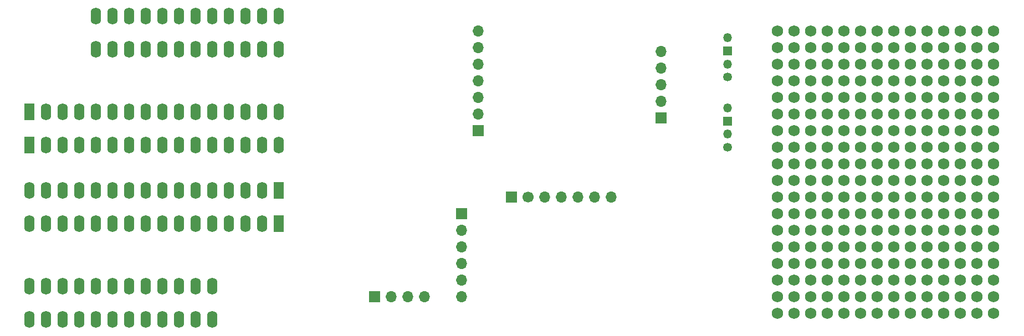
<source format=gbr>
%TF.GenerationSoftware,KiCad,Pcbnew,8.0.4*%
%TF.CreationDate,2024-12-05T16:15:28-05:00*%
%TF.ProjectId,CSL_AQS_V1,43534c5f-4151-4535-9f56-312e6b696361,rev?*%
%TF.SameCoordinates,Original*%
%TF.FileFunction,Soldermask,Bot*%
%TF.FilePolarity,Negative*%
%FSLAX46Y46*%
G04 Gerber Fmt 4.6, Leading zero omitted, Abs format (unit mm)*
G04 Created by KiCad (PCBNEW 8.0.4) date 2024-12-05 16:15:28*
%MOMM*%
%LPD*%
G01*
G04 APERTURE LIST*
G04 Aperture macros list*
%AMRoundRect*
0 Rectangle with rounded corners*
0 $1 Rounding radius*
0 $2 $3 $4 $5 $6 $7 $8 $9 X,Y pos of 4 corners*
0 Add a 4 corners polygon primitive as box body*
4,1,4,$2,$3,$4,$5,$6,$7,$8,$9,$2,$3,0*
0 Add four circle primitives for the rounded corners*
1,1,$1+$1,$2,$3*
1,1,$1+$1,$4,$5*
1,1,$1+$1,$6,$7*
1,1,$1+$1,$8,$9*
0 Add four rect primitives between the rounded corners*
20,1,$1+$1,$2,$3,$4,$5,0*
20,1,$1+$1,$4,$5,$6,$7,0*
20,1,$1+$1,$6,$7,$8,$9,0*
20,1,$1+$1,$8,$9,$2,$3,0*%
G04 Aperture macros list end*
%ADD10C,1.750000*%
%ADD11RoundRect,0.250000X-0.550000X1.050000X-0.550000X-1.050000X0.550000X-1.050000X0.550000X1.050000X0*%
%ADD12O,1.600000X2.600000*%
%ADD13R,1.700000X1.700000*%
%ADD14O,1.700000X1.700000*%
%ADD15RoundRect,0.250000X0.550000X-1.050000X0.550000X1.050000X-0.550000X1.050000X-0.550000X-1.050000X0*%
%ADD16C,1.350000*%
%ADD17O,1.350000X1.350000*%
%ADD18R,1.350000X1.350000*%
%ADD19C,1.700000*%
G04 APERTURE END LIST*
D10*
%TO.C,*%
X185420000Y-83820000D03*
%TD*%
%TO.C,*%
X172720000Y-86360000D03*
%TD*%
%TO.C,*%
X187960000Y-96520000D03*
%TD*%
%TO.C,*%
X180340000Y-109220000D03*
%TD*%
%TO.C,*%
X198120000Y-99060000D03*
%TD*%
%TO.C,*%
X193040000Y-101600000D03*
%TD*%
%TO.C,*%
X185420000Y-106680000D03*
%TD*%
%TO.C,*%
X172720000Y-88900000D03*
%TD*%
%TO.C,*%
X172720000Y-76200000D03*
%TD*%
%TO.C,*%
X175260000Y-104140000D03*
%TD*%
%TO.C,*%
X193040000Y-99060000D03*
%TD*%
D11*
%TO.C,A2*%
X96520000Y-95550000D03*
X96520000Y-100630000D03*
D12*
X93980000Y-95550000D03*
X93980000Y-100630000D03*
X91440000Y-95550000D03*
X91440000Y-100630000D03*
X88900000Y-95550000D03*
X88900000Y-100630000D03*
X86360000Y-95550000D03*
X86360000Y-100630000D03*
X83820000Y-95550000D03*
X83820000Y-100630000D03*
X81280000Y-95550000D03*
X81280000Y-100630000D03*
X78740000Y-95550000D03*
X78740000Y-100630000D03*
X76200000Y-95550000D03*
X76200000Y-100630000D03*
X73660000Y-95550000D03*
X73660000Y-100630000D03*
X71120000Y-95550000D03*
X71120000Y-100630000D03*
X68580000Y-95550000D03*
X68580000Y-100630000D03*
X66040000Y-95550000D03*
X66040000Y-100630000D03*
X63500000Y-95550000D03*
X63500000Y-100630000D03*
X60960000Y-95550000D03*
X60960000Y-100630000D03*
X58420000Y-95550000D03*
X58420000Y-100630000D03*
X58420000Y-110190000D03*
X58420000Y-115270000D03*
X60960000Y-110190000D03*
X60960000Y-115270000D03*
X63500000Y-110190000D03*
X63500000Y-115270000D03*
X66040000Y-110190000D03*
X66040000Y-115270000D03*
X68580000Y-110190000D03*
X68580000Y-115270000D03*
X71120000Y-110190000D03*
X71120000Y-115270000D03*
X73660000Y-110190000D03*
X73660000Y-115270000D03*
X76200000Y-110190000D03*
X76200000Y-115270000D03*
X78740000Y-110190000D03*
X78740000Y-115270000D03*
X81280000Y-110190000D03*
X81280000Y-115270000D03*
X83820000Y-110190000D03*
X83820000Y-115270000D03*
X86360000Y-110190000D03*
X86360000Y-115270000D03*
%TD*%
D10*
%TO.C,*%
X182880000Y-96520000D03*
%TD*%
%TO.C,*%
X180340000Y-96520000D03*
%TD*%
%TO.C,*%
X193040000Y-88900000D03*
%TD*%
%TO.C,*%
X185420000Y-76200000D03*
%TD*%
%TO.C,*%
X187960000Y-78740000D03*
%TD*%
D13*
%TO.C,JP2*%
X111125000Y-111760000D03*
D14*
X113665000Y-111760000D03*
X116205000Y-111760000D03*
X118745000Y-111760000D03*
%TD*%
D10*
%TO.C,*%
X180340000Y-106680000D03*
%TD*%
%TO.C,*%
X190500000Y-78740000D03*
%TD*%
%TO.C,*%
X203200000Y-73660000D03*
%TD*%
%TO.C,*%
X175260000Y-73660000D03*
%TD*%
%TO.C,*%
X195580000Y-86360000D03*
%TD*%
%TO.C,*%
X203200000Y-101600000D03*
%TD*%
%TO.C,*%
X200660000Y-109220000D03*
%TD*%
%TO.C,*%
X172720000Y-93980000D03*
%TD*%
%TO.C,*%
X195580000Y-101600000D03*
%TD*%
%TO.C,*%
X182880000Y-106680000D03*
%TD*%
%TO.C,*%
X172720000Y-104140000D03*
%TD*%
%TO.C,*%
X177800000Y-109220000D03*
%TD*%
%TO.C,*%
X187960000Y-81280000D03*
%TD*%
%TO.C,*%
X200660000Y-81280000D03*
%TD*%
%TO.C,*%
X182880000Y-71120000D03*
%TD*%
%TO.C,*%
X172720000Y-101600000D03*
%TD*%
%TO.C,*%
X198120000Y-76200000D03*
%TD*%
%TO.C,*%
X175260000Y-106680000D03*
%TD*%
%TO.C,*%
X187960000Y-111760000D03*
%TD*%
%TO.C,*%
X172720000Y-83820000D03*
%TD*%
%TO.C,*%
X185420000Y-78740000D03*
%TD*%
%TO.C,*%
X193040000Y-81280000D03*
%TD*%
%TO.C,*%
X193040000Y-86360000D03*
%TD*%
%TO.C,*%
X177800000Y-106680000D03*
%TD*%
%TO.C,*%
X175260000Y-101600000D03*
%TD*%
%TO.C,*%
X185420000Y-91440000D03*
%TD*%
%TO.C,*%
X182880000Y-81280000D03*
%TD*%
%TO.C,*%
X185420000Y-73660000D03*
%TD*%
%TO.C,*%
X195580000Y-93980000D03*
%TD*%
%TO.C,*%
X200660000Y-83820000D03*
%TD*%
%TO.C,*%
X177800000Y-93980000D03*
%TD*%
%TO.C,*%
X203200000Y-88900000D03*
%TD*%
%TO.C,*%
X195580000Y-111760000D03*
%TD*%
%TO.C,*%
X185420000Y-81280000D03*
%TD*%
%TO.C,*%
X175260000Y-83820000D03*
%TD*%
%TO.C,*%
X205740000Y-106680000D03*
%TD*%
%TO.C,*%
X182880000Y-88900000D03*
%TD*%
%TO.C,*%
X172720000Y-111760000D03*
%TD*%
%TO.C,*%
X182880000Y-83820000D03*
%TD*%
%TO.C,*%
X203200000Y-76200000D03*
%TD*%
%TO.C,*%
X190500000Y-81280000D03*
%TD*%
%TO.C,*%
X200660000Y-96520000D03*
%TD*%
%TO.C,*%
X177800000Y-86360000D03*
%TD*%
%TO.C,*%
X185420000Y-99060000D03*
%TD*%
%TO.C,*%
X205740000Y-81280000D03*
%TD*%
%TO.C,*%
X193040000Y-93980000D03*
%TD*%
%TO.C,*%
X187960000Y-104140000D03*
%TD*%
%TO.C,*%
X198120000Y-114300000D03*
%TD*%
%TO.C,*%
X198120000Y-73660000D03*
%TD*%
%TO.C,*%
X180340000Y-71120000D03*
%TD*%
%TO.C,*%
X190500000Y-114300000D03*
%TD*%
%TO.C,*%
X182880000Y-73660000D03*
%TD*%
%TO.C,*%
X200660000Y-101600000D03*
%TD*%
%TO.C,*%
X198120000Y-93980000D03*
%TD*%
%TO.C,*%
X195580000Y-106680000D03*
%TD*%
%TO.C,*%
X205740000Y-88900000D03*
%TD*%
%TO.C,*%
X177800000Y-96520000D03*
%TD*%
%TO.C,*%
X177800000Y-99060000D03*
%TD*%
%TO.C,*%
X177800000Y-111760000D03*
%TD*%
%TO.C,*%
X198120000Y-106680000D03*
%TD*%
%TO.C,*%
X198120000Y-104140000D03*
%TD*%
%TO.C,*%
X190500000Y-86360000D03*
%TD*%
%TO.C,*%
X193040000Y-104140000D03*
%TD*%
%TO.C,*%
X185420000Y-71120000D03*
%TD*%
%TO.C,*%
X200660000Y-88900000D03*
%TD*%
%TO.C,*%
X182880000Y-101600000D03*
%TD*%
%TO.C,*%
X190500000Y-88900000D03*
%TD*%
%TO.C,*%
X203200000Y-106680000D03*
%TD*%
%TO.C,*%
X182880000Y-78740000D03*
%TD*%
%TO.C,*%
X190500000Y-111760000D03*
%TD*%
%TO.C,*%
X180340000Y-104140000D03*
%TD*%
%TO.C,*%
X187960000Y-91440000D03*
%TD*%
%TO.C,*%
X193040000Y-71120000D03*
%TD*%
%TO.C,*%
X182880000Y-111760000D03*
%TD*%
%TO.C,*%
X203200000Y-109220000D03*
%TD*%
%TO.C,*%
X195580000Y-71120000D03*
%TD*%
%TO.C,*%
X190500000Y-73660000D03*
%TD*%
%TO.C,*%
X185420000Y-114300000D03*
%TD*%
%TO.C,*%
X172720000Y-91440000D03*
%TD*%
%TO.C,*%
X193040000Y-96520000D03*
%TD*%
%TO.C,*%
X187960000Y-71120000D03*
%TD*%
%TO.C,*%
X190500000Y-91440000D03*
%TD*%
D15*
%TO.C,A1*%
X58420000Y-88600000D03*
X58420000Y-83520000D03*
D12*
X60960000Y-88600000D03*
X60960000Y-83520000D03*
X63500000Y-88600000D03*
X63500000Y-83520000D03*
X66040000Y-88600000D03*
X66040000Y-83520000D03*
X68580000Y-88600000D03*
X68580000Y-83520000D03*
X71120000Y-88600000D03*
X71120000Y-83520000D03*
X73660000Y-88600000D03*
X73660000Y-83520000D03*
X76200000Y-88600000D03*
X76200000Y-83520000D03*
X78740000Y-88600000D03*
X78740000Y-83520000D03*
X81280000Y-88600000D03*
X81280000Y-83520000D03*
X83820000Y-88600000D03*
X83820000Y-83520000D03*
X86360000Y-88600000D03*
X86360000Y-83520000D03*
X88900000Y-88600000D03*
X88900000Y-83520000D03*
X91440000Y-88600000D03*
X91440000Y-83520000D03*
X93980000Y-88600000D03*
X93980000Y-83520000D03*
X96520000Y-88600000D03*
X96520000Y-83520000D03*
X96520000Y-73960000D03*
X96520000Y-68880000D03*
X93980000Y-73960000D03*
X93980000Y-68880000D03*
X91440000Y-73960000D03*
X91440000Y-68880000D03*
X88900000Y-73960000D03*
X88900000Y-68880000D03*
X86360000Y-73960000D03*
X86360000Y-68880000D03*
X83820000Y-73960000D03*
X83820000Y-68880000D03*
X81280000Y-73960000D03*
X81280000Y-68880000D03*
X78740000Y-73960000D03*
X78740000Y-68880000D03*
X76200000Y-73960000D03*
X76200000Y-68880000D03*
X73660000Y-73960000D03*
X73660000Y-68880000D03*
X71120000Y-73960000D03*
X71120000Y-68880000D03*
X68580000Y-73960000D03*
X68580000Y-68880000D03*
%TD*%
D10*
%TO.C,*%
X187960000Y-101600000D03*
%TD*%
%TO.C,*%
X180340000Y-99060000D03*
%TD*%
D13*
%TO.C,JP6*%
X154940000Y-84455000D03*
D14*
X154940000Y-81915000D03*
X154940000Y-79375000D03*
X154940000Y-76835000D03*
X154940000Y-74295000D03*
%TD*%
D10*
%TO.C,*%
X200660000Y-114300000D03*
%TD*%
%TO.C,*%
X187960000Y-76200000D03*
%TD*%
%TO.C,*%
X180340000Y-101600000D03*
%TD*%
D13*
%TO.C,JP8*%
X124460000Y-99060000D03*
D14*
X124460000Y-101600000D03*
X124460000Y-104140000D03*
X124460000Y-106680000D03*
X124460000Y-109220000D03*
X124460000Y-111760000D03*
%TD*%
D10*
%TO.C,*%
X172720000Y-73660000D03*
%TD*%
%TO.C,*%
X190500000Y-93980000D03*
%TD*%
%TO.C,*%
X187960000Y-73660000D03*
%TD*%
%TO.C,*%
X203200000Y-78740000D03*
%TD*%
%TO.C,*%
X185420000Y-104140000D03*
%TD*%
%TO.C,*%
X177800000Y-71120000D03*
%TD*%
%TO.C,*%
X172720000Y-99060000D03*
%TD*%
%TO.C,*%
X203200000Y-91440000D03*
%TD*%
%TO.C,*%
X198120000Y-71120000D03*
%TD*%
%TO.C,*%
X200660000Y-106680000D03*
%TD*%
%TO.C,*%
X200660000Y-111760000D03*
%TD*%
%TO.C,*%
X200660000Y-86360000D03*
%TD*%
%TO.C,*%
X172720000Y-106680000D03*
%TD*%
%TO.C,*%
X185420000Y-93980000D03*
%TD*%
%TO.C,*%
X195580000Y-104140000D03*
%TD*%
%TO.C,*%
X195580000Y-91440000D03*
%TD*%
%TO.C,*%
X198120000Y-86360000D03*
%TD*%
%TO.C,*%
X205740000Y-111760000D03*
%TD*%
%TO.C,*%
X190500000Y-76200000D03*
%TD*%
%TO.C,*%
X205740000Y-93980000D03*
%TD*%
%TO.C,*%
X195580000Y-73660000D03*
%TD*%
%TO.C,*%
X182880000Y-114300000D03*
%TD*%
%TO.C,*%
X177800000Y-73660000D03*
%TD*%
%TO.C,*%
X187960000Y-83820000D03*
%TD*%
%TO.C,*%
X198120000Y-91440000D03*
%TD*%
%TO.C,*%
X198120000Y-111760000D03*
%TD*%
%TO.C,*%
X205740000Y-91440000D03*
%TD*%
%TO.C,*%
X205740000Y-71120000D03*
%TD*%
%TO.C,*%
X205740000Y-101600000D03*
%TD*%
%TO.C,*%
X193040000Y-76200000D03*
%TD*%
%TO.C,*%
X187960000Y-88900000D03*
%TD*%
%TO.C,*%
X190500000Y-71120000D03*
%TD*%
%TO.C,*%
X195580000Y-109220000D03*
%TD*%
%TO.C,*%
X198120000Y-83820000D03*
%TD*%
%TO.C,*%
X193040000Y-73660000D03*
%TD*%
%TO.C,*%
X182880000Y-76200000D03*
%TD*%
%TO.C,*%
X187960000Y-86360000D03*
%TD*%
%TO.C,*%
X205740000Y-109220000D03*
%TD*%
%TO.C,*%
X198120000Y-101600000D03*
%TD*%
%TO.C,*%
X185420000Y-86360000D03*
%TD*%
%TO.C,*%
X182880000Y-109220000D03*
%TD*%
%TO.C,*%
X175260000Y-88900000D03*
%TD*%
%TO.C,*%
X175260000Y-78740000D03*
%TD*%
%TO.C,*%
X180340000Y-81280000D03*
%TD*%
%TO.C,*%
X193040000Y-114300000D03*
%TD*%
%TO.C,*%
X180340000Y-73660000D03*
%TD*%
%TO.C,*%
X172720000Y-109220000D03*
%TD*%
%TO.C,*%
X205740000Y-114300000D03*
%TD*%
%TO.C,*%
X195580000Y-81280000D03*
%TD*%
%TO.C,*%
X203200000Y-93980000D03*
%TD*%
%TO.C,*%
X182880000Y-91440000D03*
%TD*%
%TO.C,*%
X193040000Y-78740000D03*
%TD*%
%TO.C,*%
X190500000Y-96520000D03*
%TD*%
%TO.C,*%
X198120000Y-81280000D03*
%TD*%
%TO.C,*%
X193040000Y-83820000D03*
%TD*%
%TO.C,*%
X177800000Y-81280000D03*
%TD*%
%TO.C,*%
X175260000Y-86360000D03*
%TD*%
%TO.C,*%
X205740000Y-73660000D03*
%TD*%
%TO.C,*%
X177800000Y-76200000D03*
%TD*%
%TO.C,*%
X175260000Y-109220000D03*
%TD*%
%TO.C,*%
X172720000Y-81280000D03*
%TD*%
%TO.C,*%
X193040000Y-111760000D03*
%TD*%
%TO.C,*%
X195580000Y-88900000D03*
%TD*%
%TO.C,*%
X200660000Y-104140000D03*
%TD*%
%TO.C,*%
X203200000Y-83820000D03*
%TD*%
%TO.C,*%
X195580000Y-78740000D03*
%TD*%
%TO.C,*%
X190500000Y-99060000D03*
%TD*%
%TO.C,*%
X175260000Y-96520000D03*
%TD*%
%TO.C,REF\u002A\u002A*%
X172720000Y-71120000D03*
%TD*%
%TO.C,*%
X182880000Y-104140000D03*
%TD*%
%TO.C,*%
X180340000Y-86360000D03*
%TD*%
%TO.C,*%
X175260000Y-81280000D03*
%TD*%
D16*
%TO.C,J2*%
X165100000Y-78200000D03*
D17*
X165100000Y-76200000D03*
D18*
X165100000Y-74200000D03*
D17*
X165100000Y-72200000D03*
%TD*%
D10*
%TO.C,*%
X205740000Y-78740000D03*
%TD*%
%TO.C,*%
X205740000Y-83820000D03*
%TD*%
%TO.C,*%
X185420000Y-88900000D03*
%TD*%
%TO.C,*%
X187960000Y-114300000D03*
%TD*%
%TO.C,*%
X175260000Y-111760000D03*
%TD*%
%TO.C,*%
X190500000Y-101600000D03*
%TD*%
%TO.C,*%
X195580000Y-114300000D03*
%TD*%
%TO.C,*%
X185420000Y-111760000D03*
%TD*%
%TO.C,*%
X172720000Y-78740000D03*
%TD*%
%TO.C,*%
X175260000Y-76200000D03*
%TD*%
%TO.C,*%
X200660000Y-76200000D03*
%TD*%
%TO.C,*%
X172720000Y-96520000D03*
%TD*%
%TO.C,*%
X177800000Y-114300000D03*
%TD*%
%TO.C,*%
X177800000Y-88900000D03*
%TD*%
%TO.C,*%
X180340000Y-93980000D03*
%TD*%
%TO.C,*%
X195580000Y-76200000D03*
%TD*%
%TO.C,*%
X180340000Y-111760000D03*
%TD*%
%TO.C,*%
X205740000Y-76200000D03*
%TD*%
%TO.C,*%
X175260000Y-99060000D03*
%TD*%
%TO.C,*%
X193040000Y-106680000D03*
%TD*%
%TO.C,*%
X180340000Y-76200000D03*
%TD*%
%TO.C,*%
X198120000Y-78740000D03*
%TD*%
%TO.C,*%
X200660000Y-91440000D03*
%TD*%
%TO.C,*%
X205740000Y-104140000D03*
%TD*%
%TO.C,*%
X187960000Y-99060000D03*
%TD*%
%TO.C,*%
X203200000Y-86360000D03*
%TD*%
%TO.C,*%
X205740000Y-96520000D03*
%TD*%
D13*
%TO.C,JP7*%
X127000000Y-86360000D03*
D14*
X127000000Y-83820000D03*
X127000000Y-81280000D03*
X127000000Y-78740000D03*
X127000000Y-76200000D03*
X127000000Y-73660000D03*
X127000000Y-71120000D03*
%TD*%
D10*
%TO.C,*%
X203200000Y-114300000D03*
%TD*%
%TO.C,*%
X177800000Y-104140000D03*
%TD*%
%TO.C,*%
X203200000Y-99060000D03*
%TD*%
%TO.C,*%
X175260000Y-71120000D03*
%TD*%
%TO.C,*%
X187960000Y-109220000D03*
%TD*%
%TO.C,*%
X205740000Y-86360000D03*
%TD*%
%TO.C,*%
X205740000Y-96520000D03*
%TD*%
%TO.C,*%
X195580000Y-83820000D03*
%TD*%
%TO.C,*%
X175260000Y-93980000D03*
%TD*%
%TO.C,*%
X175260000Y-91440000D03*
%TD*%
%TO.C,*%
X177800000Y-78740000D03*
%TD*%
D13*
%TO.C,JP10*%
X132080000Y-96520000D03*
D19*
X134620000Y-96520000D03*
D14*
X137160000Y-96520000D03*
X139700000Y-96520000D03*
X142240000Y-96520000D03*
X144780000Y-96520000D03*
X147320000Y-96520000D03*
%TD*%
D10*
%TO.C,*%
X185420000Y-109220000D03*
%TD*%
%TO.C,*%
X193040000Y-91440000D03*
%TD*%
%TO.C,*%
X203200000Y-96520000D03*
%TD*%
%TO.C,*%
X203200000Y-71120000D03*
%TD*%
%TO.C,*%
X180340000Y-83820000D03*
%TD*%
%TO.C,*%
X180340000Y-88900000D03*
%TD*%
%TO.C,*%
X182880000Y-86360000D03*
%TD*%
%TO.C,*%
X177800000Y-101600000D03*
%TD*%
%TO.C,*%
X185420000Y-96520000D03*
%TD*%
%TO.C,*%
X185420000Y-101600000D03*
%TD*%
D16*
%TO.C,J3*%
X165100000Y-88916000D03*
D17*
X165100000Y-86916000D03*
D18*
X165100000Y-84916000D03*
D17*
X165100000Y-82916000D03*
%TD*%
D10*
%TO.C,*%
X180340000Y-78740000D03*
%TD*%
%TO.C,*%
X177800000Y-83820000D03*
%TD*%
%TO.C,*%
X180340000Y-114300000D03*
%TD*%
%TO.C,*%
X203200000Y-81280000D03*
%TD*%
%TO.C,*%
X198120000Y-96520000D03*
%TD*%
%TO.C,*%
X200660000Y-78740000D03*
%TD*%
%TO.C,*%
X190500000Y-106680000D03*
%TD*%
%TO.C,*%
X195580000Y-96520000D03*
%TD*%
%TO.C,*%
X200660000Y-99060000D03*
%TD*%
%TO.C,*%
X200660000Y-73660000D03*
%TD*%
%TO.C,*%
X200660000Y-93980000D03*
%TD*%
%TO.C,*%
X177800000Y-91440000D03*
%TD*%
%TO.C,*%
X190500000Y-104140000D03*
%TD*%
%TO.C,*%
X182880000Y-99060000D03*
%TD*%
%TO.C,*%
X203200000Y-104140000D03*
%TD*%
%TO.C,*%
X200660000Y-71120000D03*
%TD*%
%TO.C,*%
X198120000Y-88900000D03*
%TD*%
%TO.C,*%
X180340000Y-91440000D03*
%TD*%
%TO.C,*%
X190500000Y-109220000D03*
%TD*%
%TO.C,*%
X172720000Y-114300000D03*
%TD*%
%TO.C,*%
X187960000Y-106680000D03*
%TD*%
%TO.C,*%
X175260000Y-114300000D03*
%TD*%
%TO.C,*%
X195580000Y-99060000D03*
%TD*%
%TO.C,*%
X187960000Y-93980000D03*
%TD*%
%TO.C,*%
X198120000Y-109220000D03*
%TD*%
%TO.C,*%
X190500000Y-83820000D03*
%TD*%
%TO.C,*%
X193040000Y-109220000D03*
%TD*%
%TO.C,*%
X182880000Y-93980000D03*
%TD*%
%TO.C,*%
X203200000Y-111760000D03*
%TD*%
%TO.C,*%
X205740000Y-99060000D03*
%TD*%
M02*

</source>
